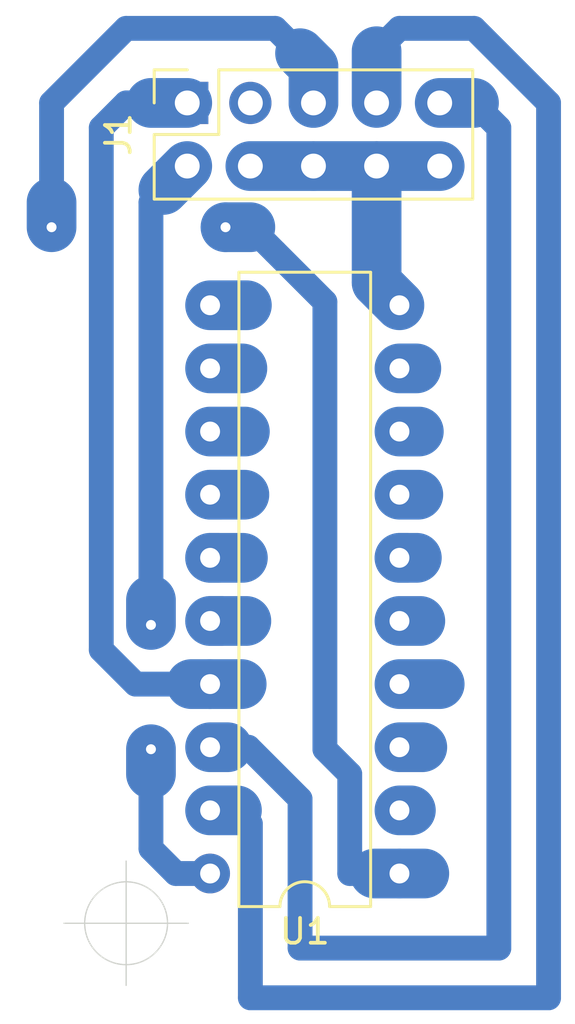
<source format=kicad_pcb>
(kicad_pcb (version 20171130) (host pcbnew 5.1.9)

  (general
    (thickness 1.6)
    (drawings 12)
    (tracks 82)
    (zones 0)
    (modules 2)
    (nets 22)
  )

  (page A4)
  (layers
    (0 F.Cu signal)
    (31 B.Cu signal)
    (32 B.Adhes user)
    (33 F.Adhes user)
    (34 B.Paste user)
    (35 F.Paste user)
    (36 B.SilkS user)
    (37 F.SilkS user)
    (38 B.Mask user)
    (39 F.Mask user)
    (40 Dwgs.User user)
    (41 Cmts.User user)
    (42 Eco1.User user)
    (43 Eco2.User user)
    (44 Edge.Cuts user)
    (45 Margin user)
    (46 B.CrtYd user)
    (47 F.CrtYd user)
    (48 B.Fab user)
    (49 F.Fab user)
  )

  (setup
    (last_trace_width 0.25)
    (user_trace_width 0.5)
    (user_trace_width 1)
    (user_trace_width 2)
    (trace_clearance 0.2)
    (zone_clearance 0.508)
    (zone_45_only no)
    (trace_min 0.2)
    (via_size 0.8)
    (via_drill 0.4)
    (via_min_size 0.4)
    (via_min_drill 0.3)
    (uvia_size 0.3)
    (uvia_drill 0.1)
    (uvias_allowed no)
    (uvia_min_size 0.2)
    (uvia_min_drill 0.1)
    (edge_width 0.05)
    (segment_width 0.2)
    (pcb_text_width 0.3)
    (pcb_text_size 1.5 1.5)
    (mod_edge_width 0.12)
    (mod_text_size 1 1)
    (mod_text_width 0.15)
    (pad_size 1.524 1.524)
    (pad_drill 0.762)
    (pad_to_mask_clearance 0)
    (aux_axis_origin 0 0)
    (visible_elements FFFFFF7F)
    (pcbplotparams
      (layerselection 0x00840_fffffffe)
      (usegerberextensions false)
      (usegerberattributes true)
      (usegerberadvancedattributes true)
      (creategerberjobfile true)
      (excludeedgelayer true)
      (linewidth 0.100000)
      (plotframeref false)
      (viasonmask false)
      (mode 1)
      (useauxorigin false)
      (hpglpennumber 1)
      (hpglpenspeed 20)
      (hpglpendiameter 15.000000)
      (psnegative false)
      (psa4output false)
      (plotreference true)
      (plotvalue true)
      (plotinvisibletext false)
      (padsonsilk false)
      (subtractmaskfromsilk false)
      (outputformat 1)
      (mirror false)
      (drillshape 0)
      (scaleselection 1)
      (outputdirectory "Gerber/"))
  )

  (net 0 "")
  (net 1 /GND)
  (net 2 /MISO)
  (net 3 /SCK)
  (net 4 /RESET)
  (net 5 "Net-(J1-Pad3)")
  (net 6 /+5V)
  (net 7 /MOSI)
  (net 8 "Net-(U1-Pad9)")
  (net 9 "Net-(U1-Pad8)")
  (net 10 "Net-(U1-Pad7)")
  (net 11 "Net-(U1-Pad16)")
  (net 12 "Net-(U1-Pad6)")
  (net 13 "Net-(U1-Pad15)")
  (net 14 "Net-(U1-Pad5)")
  (net 15 "Net-(U1-Pad14)")
  (net 16 "Net-(U1-Pad4)")
  (net 17 "Net-(U1-Pad13)")
  (net 18 "Net-(U1-Pad3)")
  (net 19 "Net-(U1-Pad12)")
  (net 20 "Net-(U1-Pad2)")
  (net 21 "Net-(U1-Pad11)")

  (net_class Default "This is the default net class."
    (clearance 0.2)
    (trace_width 0.25)
    (via_dia 0.8)
    (via_drill 0.4)
    (uvia_dia 0.3)
    (uvia_drill 0.1)
    (add_net /+5V)
    (add_net /GND)
    (add_net /MISO)
    (add_net /MOSI)
    (add_net /RESET)
    (add_net /SCK)
    (add_net "Net-(J1-Pad3)")
    (add_net "Net-(U1-Pad11)")
    (add_net "Net-(U1-Pad12)")
    (add_net "Net-(U1-Pad13)")
    (add_net "Net-(U1-Pad14)")
    (add_net "Net-(U1-Pad15)")
    (add_net "Net-(U1-Pad16)")
    (add_net "Net-(U1-Pad2)")
    (add_net "Net-(U1-Pad3)")
    (add_net "Net-(U1-Pad4)")
    (add_net "Net-(U1-Pad5)")
    (add_net "Net-(U1-Pad6)")
    (add_net "Net-(U1-Pad7)")
    (add_net "Net-(U1-Pad8)")
    (add_net "Net-(U1-Pad9)")
  )

  (module Package_DIP:DIP-20_W7.62mm (layer F.Cu) (tedit 5A02E8C5) (tstamp 608771A4)
    (at 141 115 180)
    (descr "20-lead though-hole mounted DIP package, row spacing 7.62 mm (300 mils)")
    (tags "THT DIP DIL PDIP 2.54mm 7.62mm 300mil")
    (path /60874877)
    (fp_text reference U1 (at 3.81 -2.33) (layer F.SilkS)
      (effects (font (size 1 1) (thickness 0.15)))
    )
    (fp_text value ATtiny2313-20PU (at 3.81 25.19) (layer F.Fab)
      (effects (font (size 1 1) (thickness 0.15)))
    )
    (fp_line (start 1.635 -1.27) (end 6.985 -1.27) (layer F.Fab) (width 0.1))
    (fp_line (start 6.985 -1.27) (end 6.985 24.13) (layer F.Fab) (width 0.1))
    (fp_line (start 6.985 24.13) (end 0.635 24.13) (layer F.Fab) (width 0.1))
    (fp_line (start 0.635 24.13) (end 0.635 -0.27) (layer F.Fab) (width 0.1))
    (fp_line (start 0.635 -0.27) (end 1.635 -1.27) (layer F.Fab) (width 0.1))
    (fp_line (start 2.81 -1.33) (end 1.16 -1.33) (layer F.SilkS) (width 0.12))
    (fp_line (start 1.16 -1.33) (end 1.16 24.19) (layer F.SilkS) (width 0.12))
    (fp_line (start 1.16 24.19) (end 6.46 24.19) (layer F.SilkS) (width 0.12))
    (fp_line (start 6.46 24.19) (end 6.46 -1.33) (layer F.SilkS) (width 0.12))
    (fp_line (start 6.46 -1.33) (end 4.81 -1.33) (layer F.SilkS) (width 0.12))
    (fp_line (start -1.1 -1.55) (end -1.1 24.4) (layer F.CrtYd) (width 0.05))
    (fp_line (start -1.1 24.4) (end 8.7 24.4) (layer F.CrtYd) (width 0.05))
    (fp_line (start 8.7 24.4) (end 8.7 -1.55) (layer F.CrtYd) (width 0.05))
    (fp_line (start 8.7 -1.55) (end -1.1 -1.55) (layer F.CrtYd) (width 0.05))
    (fp_text user %R (at 3.81 11.43) (layer F.Fab)
      (effects (font (size 1 1) (thickness 0.15)))
    )
    (fp_arc (start 3.81 -1.33) (end 2.81 -1.33) (angle -180) (layer F.SilkS) (width 0.12))
    (pad 20 thru_hole oval (at 7.62 0 180) (size 1.6 1.6) (drill 0.8) (layers *.Cu *.Mask)
      (net 6 /+5V))
    (pad 10 thru_hole oval (at 0 22.86 180) (size 1.6 1.6) (drill 0.8) (layers *.Cu *.Mask)
      (net 1 /GND))
    (pad 19 thru_hole oval (at 7.62 2.54 180) (size 1.6 1.6) (drill 0.8) (layers *.Cu *.Mask)
      (net 3 /SCK))
    (pad 9 thru_hole oval (at 0 20.32 180) (size 1.6 1.6) (drill 0.8) (layers *.Cu *.Mask)
      (net 8 "Net-(U1-Pad9)"))
    (pad 18 thru_hole oval (at 7.62 5.08 180) (size 1.6 1.6) (drill 0.8) (layers *.Cu *.Mask)
      (net 2 /MISO))
    (pad 8 thru_hole oval (at 0 17.78 180) (size 1.6 1.6) (drill 0.8) (layers *.Cu *.Mask)
      (net 9 "Net-(U1-Pad8)"))
    (pad 17 thru_hole oval (at 7.62 7.62 180) (size 1.6 1.6) (drill 0.8) (layers *.Cu *.Mask)
      (net 7 /MOSI))
    (pad 7 thru_hole oval (at 0 15.24 180) (size 1.6 1.6) (drill 0.8) (layers *.Cu *.Mask)
      (net 10 "Net-(U1-Pad7)"))
    (pad 16 thru_hole oval (at 7.62 10.16 180) (size 1.6 1.6) (drill 0.8) (layers *.Cu *.Mask)
      (net 11 "Net-(U1-Pad16)"))
    (pad 6 thru_hole oval (at 0 12.7 180) (size 1.6 1.6) (drill 0.8) (layers *.Cu *.Mask)
      (net 12 "Net-(U1-Pad6)"))
    (pad 15 thru_hole oval (at 7.62 12.7 180) (size 1.6 1.6) (drill 0.8) (layers *.Cu *.Mask)
      (net 13 "Net-(U1-Pad15)"))
    (pad 5 thru_hole oval (at 0 10.16 180) (size 1.6 1.6) (drill 0.8) (layers *.Cu *.Mask)
      (net 14 "Net-(U1-Pad5)"))
    (pad 14 thru_hole oval (at 7.62 15.24 180) (size 1.6 1.6) (drill 0.8) (layers *.Cu *.Mask)
      (net 15 "Net-(U1-Pad14)"))
    (pad 4 thru_hole oval (at 0 7.62 180) (size 1.6 1.6) (drill 0.8) (layers *.Cu *.Mask)
      (net 16 "Net-(U1-Pad4)"))
    (pad 13 thru_hole oval (at 7.62 17.78 180) (size 1.6 1.6) (drill 0.8) (layers *.Cu *.Mask)
      (net 17 "Net-(U1-Pad13)"))
    (pad 3 thru_hole oval (at 0 5.08 180) (size 1.6 1.6) (drill 0.8) (layers *.Cu *.Mask)
      (net 18 "Net-(U1-Pad3)"))
    (pad 12 thru_hole oval (at 7.62 20.32 180) (size 1.6 1.6) (drill 0.8) (layers *.Cu *.Mask)
      (net 19 "Net-(U1-Pad12)"))
    (pad 2 thru_hole oval (at 0 2.54 180) (size 1.6 1.6) (drill 0.8) (layers *.Cu *.Mask)
      (net 20 "Net-(U1-Pad2)"))
    (pad 11 thru_hole oval (at 7.62 22.86 180) (size 1.6 1.6) (drill 0.8) (layers *.Cu *.Mask)
      (net 21 "Net-(U1-Pad11)"))
    (pad 1 thru_hole rect (at 0 0 180) (size 1.6 1.6) (drill 0.8) (layers *.Cu *.Mask)
      (net 4 /RESET))
    (model ${KISYS3DMOD}/Package_DIP.3dshapes/DIP-20_W7.62mm.wrl
      (at (xyz 0 0 0))
      (scale (xyz 1 1 1))
      (rotate (xyz 0 0 0))
    )
  )

  (module Connector_PinSocket_2.54mm:PinSocket_2x05_P2.54mm_Vertical (layer F.Cu) (tedit 5A19A42B) (tstamp 60877441)
    (at 132.46 84 90)
    (descr "Through hole straight socket strip, 2x05, 2.54mm pitch, double cols (from Kicad 4.0.7), script generated")
    (tags "Through hole socket strip THT 2x05 2.54mm double row")
    (path /60873DC2)
    (fp_text reference J1 (at -1.27 -2.77 90) (layer F.SilkS)
      (effects (font (size 1 1) (thickness 0.15)))
    )
    (fp_text value "ISP connector" (at -1.27 12.93 90) (layer F.Fab)
      (effects (font (size 1 1) (thickness 0.15)))
    )
    (fp_line (start -3.81 -1.27) (end 0.27 -1.27) (layer F.Fab) (width 0.1))
    (fp_line (start 0.27 -1.27) (end 1.27 -0.27) (layer F.Fab) (width 0.1))
    (fp_line (start 1.27 -0.27) (end 1.27 11.43) (layer F.Fab) (width 0.1))
    (fp_line (start 1.27 11.43) (end -3.81 11.43) (layer F.Fab) (width 0.1))
    (fp_line (start -3.81 11.43) (end -3.81 -1.27) (layer F.Fab) (width 0.1))
    (fp_line (start -3.87 -1.33) (end -1.27 -1.33) (layer F.SilkS) (width 0.12))
    (fp_line (start -3.87 -1.33) (end -3.87 11.49) (layer F.SilkS) (width 0.12))
    (fp_line (start -3.87 11.49) (end 1.33 11.49) (layer F.SilkS) (width 0.12))
    (fp_line (start 1.33 1.27) (end 1.33 11.49) (layer F.SilkS) (width 0.12))
    (fp_line (start -1.27 1.27) (end 1.33 1.27) (layer F.SilkS) (width 0.12))
    (fp_line (start -1.27 -1.33) (end -1.27 1.27) (layer F.SilkS) (width 0.12))
    (fp_line (start 1.33 -1.33) (end 1.33 0) (layer F.SilkS) (width 0.12))
    (fp_line (start 0 -1.33) (end 1.33 -1.33) (layer F.SilkS) (width 0.12))
    (fp_line (start -4.34 -1.8) (end 1.76 -1.8) (layer F.CrtYd) (width 0.05))
    (fp_line (start 1.76 -1.8) (end 1.76 11.9) (layer F.CrtYd) (width 0.05))
    (fp_line (start 1.76 11.9) (end -4.34 11.9) (layer F.CrtYd) (width 0.05))
    (fp_line (start -4.34 11.9) (end -4.34 -1.8) (layer F.CrtYd) (width 0.05))
    (fp_text user %R (at -1.27 5.08) (layer F.Fab)
      (effects (font (size 1 1) (thickness 0.15)))
    )
    (pad 10 thru_hole oval (at -2.54 10.16 90) (size 1.7 1.7) (drill 1) (layers *.Cu *.Mask)
      (net 1 /GND))
    (pad 9 thru_hole oval (at 0 10.16 90) (size 1.7 1.7) (drill 1) (layers *.Cu *.Mask)
      (net 2 /MISO))
    (pad 8 thru_hole oval (at -2.54 7.62 90) (size 1.7 1.7) (drill 1) (layers *.Cu *.Mask)
      (net 1 /GND))
    (pad 7 thru_hole oval (at 0 7.62 90) (size 1.7 1.7) (drill 1) (layers *.Cu *.Mask)
      (net 3 /SCK))
    (pad 6 thru_hole oval (at -2.54 5.08 90) (size 1.7 1.7) (drill 1) (layers *.Cu *.Mask)
      (net 1 /GND))
    (pad 5 thru_hole oval (at 0 5.08 90) (size 1.7 1.7) (drill 1) (layers *.Cu *.Mask)
      (net 4 /RESET))
    (pad 4 thru_hole oval (at -2.54 2.54 90) (size 1.7 1.7) (drill 1) (layers *.Cu *.Mask)
      (net 1 /GND))
    (pad 3 thru_hole oval (at 0 2.54 90) (size 1.7 1.7) (drill 1) (layers *.Cu *.Mask)
      (net 5 "Net-(J1-Pad3)"))
    (pad 2 thru_hole oval (at -2.54 0 90) (size 1.7 1.7) (drill 1) (layers *.Cu *.Mask)
      (net 6 /+5V))
    (pad 1 thru_hole rect (at 0 0 90) (size 1.7 1.7) (drill 1) (layers *.Cu *.Mask)
      (net 7 /MOSI))
    (model ${KISYS3DMOD}/Connector_PinSocket_2.54mm.3dshapes/PinSocket_2x05_P2.54mm_Vertical.wrl
      (at (xyz 0 0 0))
      (scale (xyz 1 1 1))
      (rotate (xyz 0 0 0))
    )
  )

  (target plus (at 130 117) (size 5) (width 0.05) (layer Edge.Cuts))
  (target plus (at 130 117) (size 5) (width 0.05) (layer Edge.Cuts))
  (gr_text "23 mm" (at 128 120) (layer Eco2.User)
    (effects (font (size 1 1) (thickness 0.15)))
  )
  (gr_text "41 mm" (at 126 115 90) (layer Eco2.User)
    (effects (font (size 1 1) (thickness 0.15)))
  )
  (gr_line (start 148 80) (end 148 121) (layer Eco2.User) (width 0.15) (tstamp 608776E2))
  (gr_line (start 125 80) (end 148 80) (layer Eco2.User) (width 0.15))
  (gr_line (start 125 121) (end 125 80) (layer Eco2.User) (width 0.15))
  (gr_line (start 126 121) (end 125 121) (layer Eco2.User) (width 0.15))
  (gr_line (start 127 121) (end 126 121) (layer Eco2.User) (width 0.15))
  (gr_line (start 128 121) (end 127 121) (layer Eco2.User) (width 0.15))
  (gr_line (start 130 121) (end 128 121) (layer Eco2.User) (width 0.15))
  (gr_line (start 148 121) (end 130 121) (layer Eco2.User) (width 0.15))

  (segment (start 135 86.54) (end 137.54 86.54) (width 2) (layer B.Cu) (net 1))
  (segment (start 137.54 86.54) (end 140.08 86.54) (width 2) (layer B.Cu) (net 1))
  (segment (start 140.08 86.54) (end 142.62 86.54) (width 2) (layer B.Cu) (net 1))
  (segment (start 140.08 91.22) (end 141 92.14) (width 2) (layer B.Cu) (net 1))
  (segment (start 140.08 86.54) (end 140.08 91.22) (width 2) (layer B.Cu) (net 1))
  (segment (start 142.62 84) (end 144 84) (width 2) (layer B.Cu) (net 2))
  (segment (start 133.38 109.92) (end 134.08 109.92) (width 2) (layer B.Cu) (net 2))
  (segment (start 144 84) (end 145 85) (width 1) (layer B.Cu) (net 2))
  (segment (start 145 85) (end 145 118) (width 1) (layer B.Cu) (net 2))
  (segment (start 137 118) (end 137 112) (width 1) (layer B.Cu) (net 2))
  (segment (start 145 118) (end 137 118) (width 1) (layer B.Cu) (net 2))
  (segment (start 137 112) (end 134.92 109.92) (width 1) (layer B.Cu) (net 2))
  (segment (start 134.92 109.92) (end 134.08 109.92) (width 1) (layer B.Cu) (net 2))
  (segment (start 140.08 84) (end 140.08 81.92) (width 2) (layer B.Cu) (net 3))
  (segment (start 133.38 112.46) (end 134.46 112.46) (width 2) (layer B.Cu) (net 3))
  (segment (start 134.46 112.46) (end 135 113) (width 1) (layer B.Cu) (net 3))
  (segment (start 135 113) (end 135 120) (width 1) (layer B.Cu) (net 3))
  (segment (start 147 120) (end 147 84) (width 1) (layer B.Cu) (net 3))
  (segment (start 135 120) (end 147 120) (width 1) (layer B.Cu) (net 3))
  (segment (start 147 84) (end 144 81) (width 1) (layer B.Cu) (net 3))
  (segment (start 144 81) (end 141 81) (width 1) (layer B.Cu) (net 3))
  (segment (start 141 81) (end 140.08 81.92) (width 1) (layer B.Cu) (net 3))
  (segment (start 136 81) (end 130 81) (width 1) (layer B.Cu) (net 4))
  (segment (start 130 81) (end 127 84) (width 1) (layer B.Cu) (net 4))
  (segment (start 137.54 84) (end 137.54 83.54) (width 2) (layer B.Cu) (net 4))
  (segment (start 137.54 83.54) (end 137.54 82.54) (width 1) (layer B.Cu) (net 4))
  (segment (start 137.54 82.54) (end 137 82) (width 2) (layer B.Cu) (net 4))
  (segment (start 137.54 84) (end 137.54 82.54) (width 2) (layer B.Cu) (net 4))
  (segment (start 137 82) (end 136 81) (width 1) (layer B.Cu) (net 4))
  (segment (start 141 115) (end 140 115) (width 2) (layer B.Cu) (net 4))
  (segment (start 141 115) (end 142 115) (width 2) (layer B.Cu) (net 4))
  (segment (start 138 92) (end 136 90) (width 1) (layer B.Cu) (net 4))
  (segment (start 139 111) (end 138 110) (width 1) (layer B.Cu) (net 4))
  (segment (start 139 115) (end 139 111) (width 1) (layer B.Cu) (net 4))
  (segment (start 138 110) (end 138 92) (width 1) (layer B.Cu) (net 4))
  (segment (start 140 115) (end 139 115) (width 1) (layer B.Cu) (net 4))
  (segment (start 136 90) (end 135 89) (width 1) (layer B.Cu) (net 4))
  (segment (start 127 84) (end 127 89) (width 1) (layer B.Cu) (net 4))
  (segment (start 134 89) (end 134 89) (width 2) (layer B.Cu) (net 4))
  (segment (start 127 88) (end 127 89) (width 2) (layer B.Cu) (net 4))
  (segment (start 134 89) (end 135 89) (width 2) (layer B.Cu) (net 4) (tstamp 60877662))
  (via (at 134 89) (size 0.8) (drill 0.4) (layers F.Cu B.Cu) (net 4))
  (segment (start 127 89) (end 127 89) (width 1) (layer B.Cu) (net 4) (tstamp 60877664))
  (via (at 127 89) (size 0.8) (drill 0.4) (layers F.Cu B.Cu) (net 4))
  (segment (start 133.38 115) (end 132 115) (width 1) (layer B.Cu) (net 6))
  (segment (start 132 115) (end 131 114) (width 1) (layer B.Cu) (net 6))
  (segment (start 132.46 86.54) (end 131.5 87.5) (width 2) (layer B.Cu) (net 6))
  (segment (start 131.5 87.5) (end 131 88) (width 1) (layer B.Cu) (net 6))
  (segment (start 131 105) (end 131 105) (width 1) (layer B.Cu) (net 6) (tstamp 60877666))
  (via (at 131 105) (size 0.8) (drill 0.4) (layers F.Cu B.Cu) (net 6))
  (segment (start 131 110) (end 131 110) (width 1) (layer B.Cu) (net 6) (tstamp 60877668))
  (via (at 131 110) (size 0.8) (drill 0.4) (layers F.Cu B.Cu) (net 6))
  (segment (start 131 105) (end 131 104) (width 2) (layer B.Cu) (net 6))
  (segment (start 131 88) (end 131 104) (width 1) (layer B.Cu) (net 6))
  (segment (start 131 110) (end 131 111) (width 2) (layer B.Cu) (net 6))
  (segment (start 131 114) (end 131 111) (width 1) (layer B.Cu) (net 6))
  (segment (start 130 84) (end 129 85) (width 1) (layer B.Cu) (net 7))
  (segment (start 129 85) (end 129 106) (width 1) (layer B.Cu) (net 7))
  (segment (start 129 106) (end 130.38 107.38) (width 1) (layer B.Cu) (net 7))
  (segment (start 132.46 84) (end 131 84) (width 2) (layer B.Cu) (net 7))
  (segment (start 131 84) (end 130 84) (width 1) (layer B.Cu) (net 7))
  (segment (start 133.38 107.38) (end 132.62 107.38) (width 2) (layer B.Cu) (net 7))
  (segment (start 130.38 107.38) (end 132.62 107.38) (width 1) (layer B.Cu) (net 7))
  (segment (start 133.38 107.38) (end 134.651283 107.38) (width 2) (layer B.Cu) (net 7))
  (segment (start 141 94.68) (end 141.68 94.68) (width 2) (layer B.Cu) (net 8))
  (segment (start 141 97.22) (end 141.78 97.22) (width 2) (layer B.Cu) (net 9))
  (segment (start 141 99.76) (end 141.76 99.76) (width 2) (layer B.Cu) (net 10))
  (segment (start 133.38 104.84) (end 133.84 104.84) (width 2) (layer B.Cu) (net 11))
  (segment (start 133.38 104.84) (end 134.84 104.84) (width 2) (layer B.Cu) (net 11))
  (segment (start 141 102.3) (end 141.3 102.3) (width 2) (layer B.Cu) (net 12))
  (segment (start 141 102.3) (end 141.7 102.3) (width 2) (layer B.Cu) (net 12))
  (segment (start 133.38 102.3) (end 133.7 102.3) (width 2) (layer B.Cu) (net 13))
  (segment (start 133.38 102.3) (end 134.7 102.3) (width 2) (layer B.Cu) (net 13))
  (segment (start 141 104.84) (end 141.84 104.84) (width 2) (layer B.Cu) (net 14))
  (segment (start 133.38 99.76) (end 133.76 99.76) (width 2) (layer B.Cu) (net 15))
  (segment (start 133.38 99.76) (end 134.76 99.76) (width 2) (layer B.Cu) (net 15))
  (segment (start 141 107.38) (end 142.62 107.38) (width 2) (layer B.Cu) (net 16))
  (segment (start 133.38 97.22) (end 134.78 97.22) (width 2) (layer B.Cu) (net 17))
  (segment (start 141 109.92) (end 141.92 109.92) (width 2) (layer B.Cu) (net 18))
  (segment (start 133.38 94.68) (end 134.68 94.68) (width 2) (layer B.Cu) (net 19))
  (segment (start 141 112.46) (end 141.46 112.46) (width 2) (layer B.Cu) (net 20))
  (segment (start 133.38 92.14) (end 134.86 92.14) (width 2) (layer B.Cu) (net 21))

)

</source>
